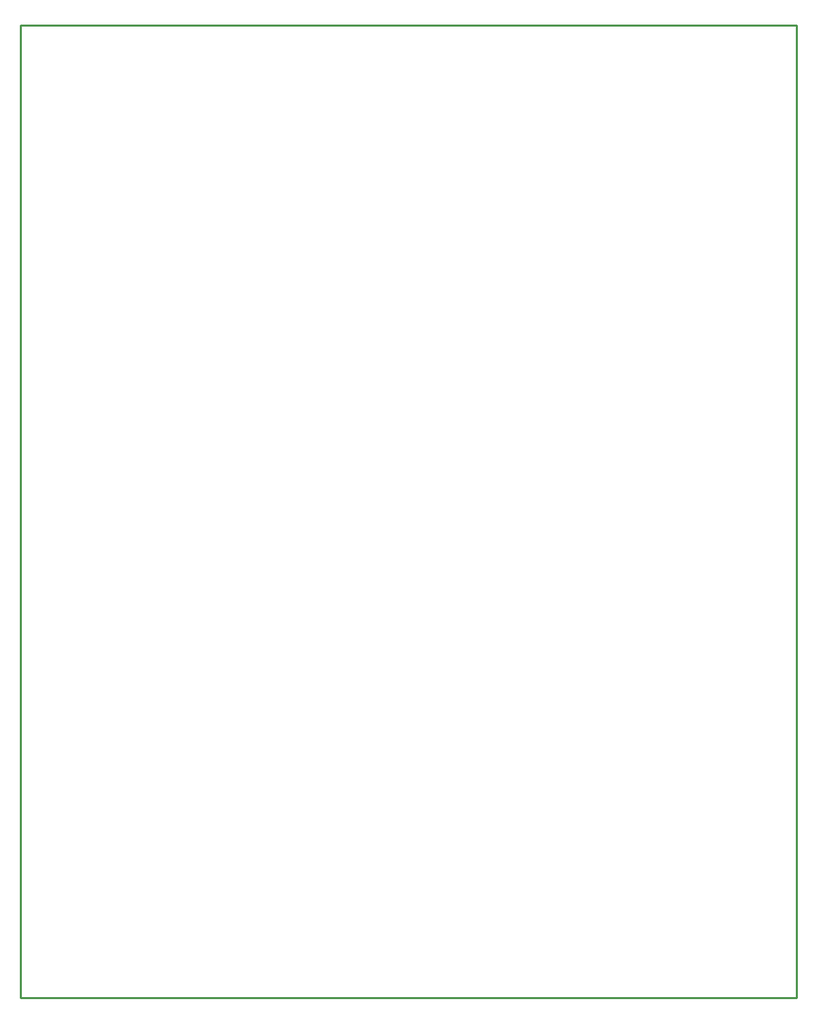
<source format=gbr>
G04 EAGLE Gerber RS-274X export*
G75*
%MOIN*%
%FSLAX34Y34*%
%LPD*%
%IN*%
%IPPOS*%
%AMOC8*
5,1,8,0,0,1.08239X$1,22.5*%
G01*
%ADD10C,0.010000*%


D10*
X-3000Y-2500D02*
X34870Y-2500D01*
X34870Y44996D01*
X-3000Y44996D01*
X-3000Y-2500D01*
M02*

</source>
